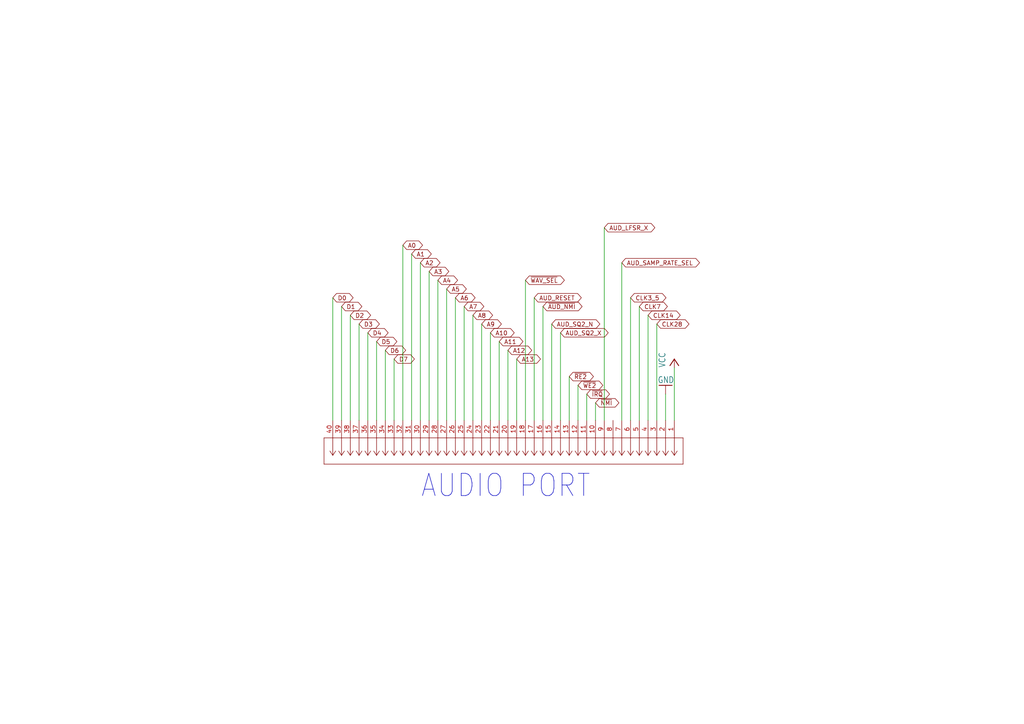
<source format=kicad_sch>
(kicad_sch (version 20230121) (generator eeschema)

  (uuid c1d1ebb6-9798-4ea4-a159-1e6408d880f5)

  (paper "A4")

  (lib_symbols
    (symbol "cpu-blitter-inputs-eagle-import:GND" (power) (in_bom yes) (on_board yes)
      (property "Reference" "#GND" (at 0 0 0)
        (effects (font (size 1.27 1.27)) hide)
      )
      (property "Value" "GND" (at -2.54 -2.54 0)
        (effects (font (size 1.778 1.5113)) (justify left bottom))
      )
      (property "Footprint" "" (at 0 0 0)
        (effects (font (size 1.27 1.27)) hide)
      )
      (property "Datasheet" "" (at 0 0 0)
        (effects (font (size 1.27 1.27)) hide)
      )
      (property "ki_locked" "" (at 0 0 0)
        (effects (font (size 1.27 1.27)))
      )
      (symbol "GND_1_0"
        (polyline
          (pts
            (xy -1.905 0)
            (xy 1.905 0)
          )
          (stroke (width 0.254) (type solid))
          (fill (type none))
        )
        (pin power_in line (at 0 2.54 270) (length 2.54)
          (name "GND" (effects (font (size 0 0))))
          (number "1" (effects (font (size 0 0))))
        )
      )
    )
    (symbol "cpu-blitter-inputs-eagle-import:TX24-40R-12ST-H1E" (in_bom yes) (on_board yes)
      (property "Reference" "J" (at 4.1656 5.3086 0)
        (effects (font (size 2.0828 1.7703)) (justify left bottom) hide)
      )
      (property "Value" "" (at 0 0 0)
        (effects (font (size 1.27 1.27)) hide)
      )
      (property "Footprint" "cpu-blitter-inputs:CON40_2X20_MU_TX24_JAE" (at 0 0 0)
        (effects (font (size 1.27 1.27)) hide)
      )
      (property "Datasheet" "" (at 0 0 0)
        (effects (font (size 1.27 1.27)) hide)
      )
      (property "ki_locked" "" (at 0 0 0)
        (effects (font (size 1.27 1.27)))
      )
      (symbol "TX24-40R-12ST-H1E_1_0"
        (polyline
          (pts
            (xy 5.08 -101.6)
            (xy 12.7 -101.6)
          )
          (stroke (width 0.1524) (type solid))
          (fill (type none))
        )
        (polyline
          (pts
            (xy 5.08 2.54)
            (xy 5.08 -101.6)
          )
          (stroke (width 0.1524) (type solid))
          (fill (type none))
        )
        (polyline
          (pts
            (xy 10.16 -99.06)
            (xy 5.08 -99.06)
          )
          (stroke (width 0.1524) (type solid))
          (fill (type none))
        )
        (polyline
          (pts
            (xy 10.16 -99.06)
            (xy 8.89 -99.8982)
          )
          (stroke (width 0.1524) (type solid))
          (fill (type none))
        )
        (polyline
          (pts
            (xy 10.16 -99.06)
            (xy 8.89 -98.2218)
          )
          (stroke (width 0.1524) (type solid))
          (fill (type none))
        )
        (polyline
          (pts
            (xy 10.16 -96.52)
            (xy 5.08 -96.52)
          )
          (stroke (width 0.1524) (type solid))
          (fill (type none))
        )
        (polyline
          (pts
            (xy 10.16 -96.52)
            (xy 8.89 -97.3582)
          )
          (stroke (width 0.1524) (type solid))
          (fill (type none))
        )
        (polyline
          (pts
            (xy 10.16 -96.52)
            (xy 8.89 -95.6818)
          )
          (stroke (width 0.1524) (type solid))
          (fill (type none))
        )
        (polyline
          (pts
            (xy 10.16 -93.98)
            (xy 5.08 -93.98)
          )
          (stroke (width 0.1524) (type solid))
          (fill (type none))
        )
        (polyline
          (pts
            (xy 10.16 -93.98)
            (xy 8.89 -94.8182)
          )
          (stroke (width 0.1524) (type solid))
          (fill (type none))
        )
        (polyline
          (pts
            (xy 10.16 -93.98)
            (xy 8.89 -93.1418)
          )
          (stroke (width 0.1524) (type solid))
          (fill (type none))
        )
        (polyline
          (pts
            (xy 10.16 -91.44)
            (xy 5.08 -91.44)
          )
          (stroke (width 0.1524) (type solid))
          (fill (type none))
        )
        (polyline
          (pts
            (xy 10.16 -91.44)
            (xy 8.89 -92.2782)
          )
          (stroke (width 0.1524) (type solid))
          (fill (type none))
        )
        (polyline
          (pts
            (xy 10.16 -91.44)
            (xy 8.89 -90.6018)
          )
          (stroke (width 0.1524) (type solid))
          (fill (type none))
        )
        (polyline
          (pts
            (xy 10.16 -88.9)
            (xy 5.08 -88.9)
          )
          (stroke (width 0.1524) (type solid))
          (fill (type none))
        )
        (polyline
          (pts
            (xy 10.16 -88.9)
            (xy 8.89 -89.7382)
          )
          (stroke (width 0.1524) (type solid))
          (fill (type none))
        )
        (polyline
          (pts
            (xy 10.16 -88.9)
            (xy 8.89 -88.0618)
          )
          (stroke (width 0.1524) (type solid))
          (fill (type none))
        )
        (polyline
          (pts
            (xy 10.16 -86.36)
            (xy 5.08 -86.36)
          )
          (stroke (width 0.1524) (type solid))
          (fill (type none))
        )
        (polyline
          (pts
            (xy 10.16 -86.36)
            (xy 8.89 -87.1982)
          )
          (stroke (width 0.1524) (type solid))
          (fill (type none))
        )
        (polyline
          (pts
            (xy 10.16 -86.36)
            (xy 8.89 -85.5218)
          )
          (stroke (width 0.1524) (type solid))
          (fill (type none))
        )
        (polyline
          (pts
            (xy 10.16 -83.82)
            (xy 5.08 -83.82)
          )
          (stroke (width 0.1524) (type solid))
          (fill (type none))
        )
        (polyline
          (pts
            (xy 10.16 -83.82)
            (xy 8.89 -84.6582)
          )
          (stroke (width 0.1524) (type solid))
          (fill (type none))
        )
        (polyline
          (pts
            (xy 10.16 -83.82)
            (xy 8.89 -82.9818)
          )
          (stroke (width 0.1524) (type solid))
          (fill (type none))
        )
        (polyline
          (pts
            (xy 10.16 -81.28)
            (xy 5.08 -81.28)
          )
          (stroke (width 0.1524) (type solid))
          (fill (type none))
        )
        (polyline
          (pts
            (xy 10.16 -81.28)
            (xy 8.89 -82.1182)
          )
          (stroke (width 0.1524) (type solid))
          (fill (type none))
        )
        (polyline
          (pts
            (xy 10.16 -81.28)
            (xy 8.89 -80.4418)
          )
          (stroke (width 0.1524) (type solid))
          (fill (type none))
        )
        (polyline
          (pts
            (xy 10.16 -78.74)
            (xy 5.08 -78.74)
          )
          (stroke (width 0.1524) (type solid))
          (fill (type none))
        )
        (polyline
          (pts
            (xy 10.16 -78.74)
            (xy 8.89 -79.5782)
          )
          (stroke (width 0.1524) (type solid))
          (fill (type none))
        )
        (polyline
          (pts
            (xy 10.16 -78.74)
            (xy 8.89 -77.9018)
          )
          (stroke (width 0.1524) (type solid))
          (fill (type none))
        )
        (polyline
          (pts
            (xy 10.16 -76.2)
            (xy 5.08 -76.2)
          )
          (stroke (width 0.1524) (type solid))
          (fill (type none))
        )
        (polyline
          (pts
            (xy 10.16 -76.2)
            (xy 8.89 -77.0382)
          )
          (stroke (width 0.1524) (type solid))
          (fill (type none))
        )
        (polyline
          (pts
            (xy 10.16 -76.2)
            (xy 8.89 -75.3618)
          )
          (stroke (width 0.1524) (type solid))
          (fill (type none))
        )
        (polyline
          (pts
            (xy 10.16 -73.66)
            (xy 5.08 -73.66)
          )
          (stroke (width 0.1524) (type solid))
          (fill (type none))
        )
        (polyline
          (pts
            (xy 10.16 -73.66)
            (xy 8.89 -74.4982)
          )
          (stroke (width 0.1524) (type solid))
          (fill (type none))
        )
        (polyline
          (pts
            (xy 10.16 -73.66)
            (xy 8.89 -72.8218)
          )
          (stroke (width 0.1524) (type solid))
          (fill (type none))
        )
        (polyline
          (pts
            (xy 10.16 -71.12)
            (xy 5.08 -71.12)
          )
          (stroke (width 0.1524) (type solid))
          (fill (type none))
        )
        (polyline
          (pts
            (xy 10.16 -71.12)
            (xy 8.89 -71.9582)
          )
          (stroke (width 0.1524) (type solid))
          (fill (type none))
        )
        (polyline
          (pts
            (xy 10.16 -71.12)
            (xy 8.89 -70.2818)
          )
          (stroke (width 0.1524) (type solid))
          (fill (type none))
        )
        (polyline
          (pts
            (xy 10.16 -68.58)
            (xy 5.08 -68.58)
          )
          (stroke (width 0.1524) (type solid))
          (fill (type none))
        )
        (polyline
          (pts
            (xy 10.16 -68.58)
            (xy 8.89 -69.4182)
          )
          (stroke (width 0.1524) (type solid))
          (fill (type none))
        )
        (polyline
          (pts
            (xy 10.16 -68.58)
            (xy 8.89 -67.7418)
          )
          (stroke (width 0.1524) (type solid))
          (fill (type none))
        )
        (polyline
          (pts
            (xy 10.16 -66.04)
            (xy 5.08 -66.04)
          )
          (stroke (width 0.1524) (type solid))
          (fill (type none))
        )
        (polyline
          (pts
            (xy 10.16 -66.04)
            (xy 8.89 -66.8782)
          )
          (stroke (width 0.1524) (type solid))
          (fill (type none))
        )
        (polyline
          (pts
            (xy 10.16 -66.04)
            (xy 8.89 -65.2018)
          )
          (stroke (width 0.1524) (type solid))
          (fill (type none))
        )
        (polyline
          (pts
            (xy 10.16 -63.5)
            (xy 5.08 -63.5)
          )
          (stroke (width 0.1524) (type solid))
          (fill (type none))
        )
        (polyline
          (pts
            (xy 10.16 -63.5)
            (xy 8.89 -64.3382)
          )
          (stroke (width 0.1524) (type solid))
          (fill (type none))
        )
        (polyline
          (pts
            (xy 10.16 -63.5)
            (xy 8.89 -62.6618)
          )
          (stroke (width 0.1524) (type solid))
          (fill (type none))
        )
        (polyline
          (pts
            (xy 10.16 -60.96)
            (xy 5.08 -60.96)
          )
          (stroke (width 0.1524) (type solid))
          (fill (type none))
        )
        (polyline
          (pts
            (xy 10.16 -60.96)
            (xy 8.89 -61.7982)
          )
          (stroke (width 0.1524) (type solid))
          (fill (type none))
        )
        (polyline
          (pts
            (xy 10.16 -60.96)
            (xy 8.89 -60.1218)
          )
          (stroke (width 0.1524) (type solid))
          (fill (type none))
        )
        (polyline
          (pts
            (xy 10.16 -58.42)
            (xy 5.08 -58.42)
          )
          (stroke (width 0.1524) (type solid))
          (fill (type none))
        )
        (polyline
          (pts
            (xy 10.16 -58.42)
            (xy 8.89 -59.2582)
          )
          (stroke (width 0.1524) (type solid))
          (fill (type none))
        )
        (polyline
          (pts
            (xy 10.16 -58.42)
            (xy 8.89 -57.5818)
          )
          (stroke (width 0.1524) (type solid))
          (fill (type none))
        )
        (polyline
          (pts
            (xy 10.16 -55.88)
            (xy 5.08 -55.88)
          )
          (stroke (width 0.1524) (type solid))
          (fill (type none))
        )
        (polyline
          (pts
            (xy 10.16 -55.88)
            (xy 8.89 -56.7182)
          )
          (stroke (width 0.1524) (type solid))
          (fill (type none))
        )
        (polyline
          (pts
            (xy 10.16 -55.88)
            (xy 8.89 -55.0418)
          )
          (stroke (width 0.1524) (type solid))
          (fill (type none))
        )
        (polyline
          (pts
            (xy 10.16 -53.34)
            (xy 5.08 -53.34)
          )
          (stroke (width 0.1524) (type solid))
          (fill (type none))
        )
        (polyline
          (pts
            (xy 10.16 -53.34)
            (xy 8.89 -54.1782)
          )
          (stroke (width 0.1524) (type solid))
          (fill (type none))
        )
        (polyline
          (pts
            (xy 10.16 -53.34)
            (xy 8.89 -52.5018)
          )
          (stroke (width 0.1524) (type solid))
          (fill (type none))
        )
        (polyline
          (pts
            (xy 10.16 -50.8)
            (xy 5.08 -50.8)
          )
          (stroke (width 0.1524) (type solid))
          (fill (type none))
        )
        (polyline
          (pts
            (xy 10.16 -50.8)
            (xy 8.89 -51.6382)
          )
          (stroke (width 0.1524) (type solid))
          (fill (type none))
        )
        (polyline
          (pts
            (xy 10.16 -50.8)
            (xy 8.89 -49.9618)
          )
          (stroke (width 0.1524) (type solid))
          (fill (type none))
        )
        (polyline
          (pts
            (xy 10.16 -48.26)
            (xy 5.08 -48.26)
          )
          (stroke (width 0.1524) (type solid))
          (fill (type none))
        )
        (polyline
          (pts
            (xy 10.16 -48.26)
            (xy 8.89 -49.0982)
          )
          (stroke (width 0.1524) (type solid))
          (fill (type none))
        )
        (polyline
          (pts
            (xy 10.16 -48.26)
            (xy 8.89 -47.4218)
          )
          (stroke (width 0.1524) (type solid))
          (fill (type none))
        )
        (polyline
          (pts
            (xy 10.16 -45.72)
            (xy 5.08 -45.72)
          )
          (stroke (width 0.1524) (type solid))
          (fill (type none))
        )
        (polyline
          (pts
            (xy 10.16 -45.72)
            (xy 8.89 -46.5582)
          )
          (stroke (width 0.1524) (type solid))
          (fill (type none))
        )
        (polyline
          (pts
            (xy 10.16 -45.72)
            (xy 8.89 -44.8818)
          )
          (stroke (width 0.1524) (type solid))
          (fill (type none))
        )
        (polyline
          (pts
            (xy 10.16 -43.18)
            (xy 5.08 -43.18)
          )
          (stroke (width 0.1524) (type solid))
          (fill (type none))
        )
        (polyline
          (pts
            (xy 10.16 -43.18)
            (xy 8.89 -44.0182)
          )
          (stroke (width 0.1524) (type solid))
          (fill (type none))
        )
        (polyline
          (pts
            (xy 10.16 -43.18)
            (xy 8.89 -42.3418)
          )
          (stroke (width 0.1524) (type solid))
          (fill (type none))
        )
        (polyline
          (pts
            (xy 10.16 -40.64)
            (xy 5.08 -40.64)
          )
          (stroke (width 0.1524) (type solid))
          (fill (type none))
        )
        (polyline
          (pts
            (xy 10.16 -40.64)
            (xy 8.89 -41.4782)
          )
          (stroke (width 0.1524) (type solid))
          (fill (type none))
        )
        (polyline
          (pts
            (xy 10.16 -40.64)
            (xy 8.89 -39.8018)
          )
          (stroke (width 0.1524) (type solid))
          (fill (type none))
        )
        (polyline
          (pts
            (xy 10.16 -38.1)
            (xy 5.08 -38.1)
          )
          (stroke (width 0.1524) (type solid))
          (fill (type none))
        )
        (polyline
          (pts
            (xy 10.16 -38.1)
            (xy 8.89 -38.9382)
          )
          (stroke (width 0.1524) (type solid))
          (fill (type none))
        )
        (polyline
          (pts
            (xy 10.16 -38.1)
            (xy 8.89 -37.2618)
          )
          (stroke (width 0.1524) (type solid))
          (fill (type none))
        )
        (polyline
          (pts
            (xy 10.16 -35.56)
            (xy 5.08 -35.56)
          )
          (stroke (width 0.1524) (type solid))
          (fill (type none))
        )
        (polyline
          (pts
            (xy 10.16 -35.56)
            (xy 8.89 -36.3982)
          )
          (stroke (width 0.1524) (type solid))
          (fill (type none))
        )
        (polyline
          (pts
            (xy 10.16 -35.56)
            (xy 8.89 -34.7218)
          )
          (stroke (width 0.1524) (type solid))
          (fill (type none))
        )
        (polyline
          (pts
            (xy 10.16 -33.02)
            (xy 5.08 -33.02)
          )
          (stroke (width 0.1524) (type solid))
          (fill (type none))
        )
        (polyline
          (pts
            (xy 10.16 -33.02)
            (xy 8.89 -33.8582)
          )
          (stroke (width 0.1524) (type solid))
          (fill (type none))
        )
        (polyline
          (pts
            (xy 10.16 -33.02)
            (xy 8.89 -32.1818)
          )
          (stroke (width 0.1524) (type solid))
          (fill (type none))
        )
        (polyline
          (pts
            (xy 10.16 -30.48)
            (xy 5.08 -30.48)
          )
          (stroke (width 0.1524) (type solid))
          (fill (type none))
        )
        (polyline
          (pts
            (xy 10.16 -30.48)
            (xy 8.89 -31.3182)
          )
          (stroke (width 0.1524) (type solid))
          (fill (type none))
        )
        (polyline
          (pts
            (xy 10.16 -30.48)
            (xy 8.89 -29.6418)
          )
          (stroke (width 0.1524) (type solid))
          (fill (type none))
        )
        (polyline
          (pts
            (xy 10.16 -27.94)
            (xy 5.08 -27.94)
          )
          (stroke (width 0.1524) (type solid))
          (fill (type none))
        )
        (polyline
          (pts
            (xy 10.16 -27.94)
            (xy 8.89 -28.7782)
          )
          (stroke (width 0.1524) (type solid))
          (fill (type none))
        )
        (polyline
          (pts
            (xy 10.16 -27.94)
            (xy 8.89 -27.1018)
          )
          (stroke (width 0.1524) (type solid))
          (fill (type none))
        )
        (polyline
          (pts
            (xy 10.16 -25.4)
            (xy 5.08 -25.4)
          )
          (stroke (width 0.1524) (type solid))
          (fill (type none))
        )
        (polyline
          (pts
            (xy 10.16 -25.4)
            (xy 8.89 -26.2382)
          )
          (stroke (width 0.1524) (type solid))
          (fill (type none))
        )
        (polyline
          (pts
            (xy 10.16 -25.4)
            (xy 8.89 -24.5618)
          )
          (stroke (width 0.1524) (type solid))
          (fill (type none))
        )
        (polyline
          (pts
            (xy 10.16 -22.86)
            (xy 5.08 -22.86)
          )
          (stroke (width 0.1524) (type solid))
          (fill (type none))
        )
        (polyline
          (pts
            (xy 10.16 -22.86)
            (xy 8.89 -23.6982)
          )
          (stroke (width 0.1524) (type solid))
          (fill (type none))
        )
        (polyline
          (pts
            (xy 10.16 -22.86)
            (xy 8.89 -22.0218)
          )
          (stroke (width 0.1524) (type solid))
          (fill (type none))
        )
        (polyline
          (pts
            (xy 10.16 -20.32)
            (xy 5.08 -20.32)
          )
          (stroke (width 0.1524) (type solid))
          (fill (type none))
        )
        (polyline
          (pts
            (xy 10.16 -20.32)
            (xy 8.89 -21.1582)
          )
          (stroke (width 0.1524) (type solid))
          (fill (type none))
        )
        (polyline
          (pts
            (xy 10.16 -20.32)
            (xy 8.89 -19.4818)
          )
          (stroke (width 0.1524) (type solid))
          (fill (type none))
        )
        (polyline
          (pts
            (xy 10.16 -17.78)
            (xy 5.08 -17.78)
          )
          (stroke (width 0.1524) (type solid))
          (fill (type none))
        )
        (polyline
          (pts
            (xy 10.16 -17.78)
            (xy 8.89 -18.6182)
          )
          (stroke (width 0.1524) (type solid))
          (fill (type none))
        )
        (polyline
          (pts
            (xy 10.16 -17.78)
            (xy 8.89 -16.9418)
          )
          (stroke (width 0.1524) (type solid))
          (fill (type none))
        )
        (polyline
          (pts
            (xy 10.16 -15.24)
            (xy 5.08 -15.24)
          )
          (stroke (width 0.1524) (type solid))
          (fill (type none))
        )
        (polyline
          (pts
            (xy 10.16 -15.24)
            (xy 8.89 -16.0782)
          )
          (stroke (width 0.1524) (type solid))
          (fill (type none))
        )
        (polyline
          (pts
            (xy 10.16 -15.24)
            (xy 8.89 -14.4018)
          )
          (stroke (width 0.1524) (type solid))
          (fill (type none))
        )
        (polyline
          (pts
            (xy 10.16 -12.7)
            (xy 5.08 -12.7)
          )
          (stroke (width 0.1524) (type solid))
          (fill (type none))
        )
        (polyline
          (pts
            (xy 10.16 -12.7)
            (xy 8.89 -13.5382)
          )
          (stroke (width 0.1524) (type solid))
          (fill (type none))
        )
        (polyline
          (pts
            (xy 10.16 -12.7)
            (xy 8.89 -11.8618)
          )
          (stroke (width 0.1524) (type solid))
          (fill (type none))
        )
        (polyline
          (pts
            (xy 10.16 -10.16)
            (xy 5.08 -10.16)
          )
          (stroke (width 0.1524) (type solid))
          (fill (type none))
        )
        (polyline
          (pts
            (xy 10.16 -10.16)
            (xy 8.89 -10.9982)
          )
          (stroke (width 0.1524) (type solid))
          (fill (type none))
        )
        (polyline
          (pts
            (xy 10.16 -10.16)
            (xy 8.89 -9.3218)
          )
          (stroke (width 0.1524) (type solid))
          (fill (type none))
        )
        (polyline
          (pts
            (xy 10.16 -7.62)
            (xy 5.08 -7.62)
          )
          (stroke (width 0.1524) (type solid))
          (fill (type none))
        )
        (polyline
          (pts
            (xy 10.16 -7.62)
            (xy 8.89 -8.4582)
          )
          (stroke (width 0.1524) (type solid))
          (fill (type none))
        )
        (polyline
          (pts
            (xy 10.16 -7.62)
            (xy 8.89 -6.7818)
          )
          (stroke (width 0.1524) (type solid))
          (fill (type none))
        )
        (polyline
          (pts
            (xy 10.16 -5.08)
            (xy 5.08 -5.08)
          )
          (stroke (width 0.1524) (type solid))
          (fill (type none))
        )
        (polyline
          (pts
            (xy 10.16 -5.08)
            (xy 8.89 -5.9182)
          )
          (stroke (width 0.1524) (type solid))
          (fill (type none))
        )
        (polyline
          (pts
            (xy 10.16 -5.08)
            (xy 8.89 -4.2418)
          )
          (stroke (width 0.1524) (type solid))
          (fill (type none))
        )
        (polyline
          (pts
            (xy 10.16 -2.54)
            (xy 5.08 -2.54)
          )
          (stroke (width 0.1524) (type solid))
          (fill (type none))
        )
        (polyline
          (pts
            (xy 10.16 -2.54)
            (xy 8.89 -3.3782)
          )
          (stroke (width 0.1524) (type solid))
          (fill (type none))
        )
        (polyline
          (pts
            (xy 10.16 -2.54)
            (xy 8.89 -1.7018)
          )
          (stroke (width 0.1524) (type solid))
          (fill (type none))
        )
        (polyline
          (pts
            (xy 10.16 0)
            (xy 5.08 0)
          )
          (stroke (width 0.1524) (type solid))
          (fill (type none))
        )
        (polyline
          (pts
            (xy 10.16 0)
            (xy 8.89 -0.8382)
          )
          (stroke (width 0.1524) (type solid))
          (fill (type none))
        )
        (polyline
          (pts
            (xy 10.16 0)
            (xy 8.89 0.8382)
          )
          (stroke (width 0.1524) (type solid))
          (fill (type none))
        )
        (polyline
          (pts
            (xy 12.7 -101.6)
            (xy 12.7 2.54)
          )
          (stroke (width 0.1524) (type solid))
          (fill (type none))
        )
        (polyline
          (pts
            (xy 12.7 2.54)
            (xy 5.08 2.54)
          )
          (stroke (width 0.1524) (type solid))
          (fill (type none))
        )
        (pin passive line (at 0 0 0) (length 5.08)
          (name "1" (effects (font (size 0 0))))
          (number "1" (effects (font (size 1.27 1.27))))
        )
        (pin passive line (at 0 -22.86 0) (length 5.08)
          (name "10" (effects (font (size 0 0))))
          (number "10" (effects (font (size 1.27 1.27))))
        )
        (pin passive line (at 0 -25.4 0) (length 5.08)
          (name "11" (effects (font (size 0 0))))
          (number "11" (effects (font (size 1.27 1.27))))
        )
        (pin passive line (at 0 -27.94 0) (length 5.08)
          (name "12" (effects (font (size 0 0))))
          (number "12" (effects (font (size 1.27 1.27))))
        )
        (pin passive line (at 0 -30.48 0) (length 5.08)
          (name "13" (effects (font (size 0 0))))
          (number "13" (effects (font (size 1.27 1.27))))
        )
        (pin passive line (at 0 -33.02 0) (length 5.08)
          (name "14" (effects (font (size 0 0))))
          (number "14" (effects (font (size 1.27 1.27))))
        )
        (pin passive line (at 0 -35.56 0) (length 5.08)
          (name "15" (effects (font (size 0 0))))
          (number "15" (effects (font (size 1.27 1.27))))
        )
        (pin passive line (at 0 -38.1 0) (length 5.08)
          (name "16" (effects (font (size 0 0))))
          (number "16" (effects (font (size 1.27 1.27))))
        )
        (pin passive line (at 0 -40.64 0) (length 5.08)
          (name "17" (effects (font (size 0 0))))
          (number "17" (effects (font (size 1.27 1.27))))
        )
        (pin passive line (at 0 -43.18 0) (length 5.08)
          (name "18" (effects (font (size 0 0))))
          (number "18" (effects (font (size 1.27 1.27))))
        )
        (pin passive line (at 0 -45.72 0) (length 5.08)
          (name "19" (effects (font (size 0 0))))
          (number "19" (effects (font (size 1.27 1.27))))
        )
        (pin passive line (at 0 -2.54 0) (length 5.08)
          (name "2" (effects (font (size 0 0))))
          (number "2" (effects (font (size 1.27 1.27))))
        )
        (pin passive line (at 0 -48.26 0) (length 5.08)
          (name "20" (effects (font (size 0 0))))
          (number "20" (effects (font (size 1.27 1.27))))
        )
        (pin passive line (at 0 -50.8 0) (length 5.08)
          (name "21" (effects (font (size 0 0))))
          (number "21" (effects (font (size 1.27 1.27))))
        )
        (pin passive line (at 0 -53.34 0) (length 5.08)
          (name "22" (effects (font (size 0 0))))
          (number "22" (effects (font (size 1.27 1.27))))
        )
        (pin passive line (at 0 -55.88 0) (length 5.08)
          (name "23" (effects (font (size 0 0))))
          (number "23" (effects (font (size 1.27 1.27))))
        )
        (pin passive line (at 0 -58.42 0) (length 5.08)
          (name "24" (effects (font (size 0 0))))
          (number "24" (effects (font (size 1.27 1.27))))
        )
        (pin passive line (at 0 -60.96 0) (length 5.08)
          (name "25" (effects (font (size 0 0))))
          (number "25" (effects (font (size 1.27 1.27))))
        )
        (pin passive line (at 0 -63.5 0) (length 5.08)
          (name "26" (effects (font (size 0 0))))
          (number "26" (effects (font (size 1.27 1.27))))
        )
        (pin passive line (at 0 -66.04 0) (length 5.08)
          (name "27" (effects (font (size 0 0))))
          (number "27" (effects (font (size 1.27 1.27))))
        )
        (pin passive line (at 0 -68.58 0) (length 5.08)
          (name "28" (effects (font (size 0 0))))
          (number "28" (effects (font (size 1.27 1.27))))
        )
        (pin passive line (at 0 -71.12 0) (length 5.08)
          (name "29" (effects (font (size 0 0))))
          (number "29" (effects (font (size 1.27 1.27))))
        )
        (pin passive line (at 0 -5.08 0) (length 5.08)
          (name "3" (effects (font (size 0 0))))
          (number "3" (effects (font (size 1.27 1.27))))
        )
        (pin passive line (at 0 -73.66 0) (length 5.08)
          (name "30" (effects (font (size 0 0))))
          (number "30" (effects (font (size 1.27 1.27))))
        )
        (pin passive line (at 0 -76.2 0) (length 5.08)
          (name "31" (effects (font (size 0 0))))
          (number "31" (effects (font (size 1.27 1.27))))
        )
        (pin passive line (at 0 -78.74 0) (length 5.08)
          (name "32" (effects (font (size 0 0))))
          (number "32" (effects (font (size 1.27 1.27))))
        )
        (pin passive line (at 0 -81.28 0) (length 5.08)
          (name "33" (effects (font (size 0 0))))
          (number "33" (effects (font (size 1.27 1.27))))
        )
        (pin passive line (at 0 -83.82 0) (length 5.08)
          (name "34" (effects (font (size 0 0))))
          (number "34" (effects (font (size 1.27 1.27))))
        )
        (pin passive line (at 0 -86.36 0) (length 5.08)
          (name "35" (effects (font (size 0 0))))
          (number "35" (effects (font (size 1.27 1.27))))
        )
        (pin passive line (at 0 -88.9 0) (length 5.08)
          (name "36" (effects (font (size 0 0))))
          (number "36" (effects (font (size 1.27 1.27))))
        )
        (pin passive line (at 0 -91.44 0) (length 5.08)
          (name "37" (effects (font (size 0 0))))
          (number "37" (effects (font (size 1.27 1.27))))
        )
        (pin passive line (at 0 -93.98 0) (length 5.08)
          (name "38" (effects (font (size 0 0))))
          (number "38" (effects (font (size 1.27 1.27))))
        )
        (pin passive line (at 0 -96.52 0) (length 5.08)
          (name "39" (effects (font (size 0 0))))
          (number "39" (effects (font (size 1.27 1.27))))
        )
        (pin passive line (at 0 -7.62 0) (length 5.08)
          (name "4" (effects (font (size 0 0))))
          (number "4" (effects (font (size 1.27 1.27))))
        )
        (pin passive line (at 0 -99.06 0) (length 5.08)
          (name "40" (effects (font (size 0 0))))
          (number "40" (effects (font (size 1.27 1.27))))
        )
        (pin passive line (at 0 -10.16 0) (length 5.08)
          (name "5" (effects (font (size 0 0))))
          (number "5" (effects (font (size 1.27 1.27))))
        )
        (pin passive line (at 0 -12.7 0) (length 5.08)
          (name "6" (effects (font (size 0 0))))
          (number "6" (effects (font (size 1.27 1.27))))
        )
        (pin passive line (at 0 -15.24 0) (length 5.08)
          (name "7" (effects (font (size 0 0))))
          (number "7" (effects (font (size 1.27 1.27))))
        )
        (pin passive line (at 0 -17.78 0) (length 5.08)
          (name "8" (effects (font (size 0 0))))
          (number "8" (effects (font (size 1.27 1.27))))
        )
        (pin passive line (at 0 -20.32 0) (length 5.08)
          (name "9" (effects (font (size 0 0))))
          (number "9" (effects (font (size 1.27 1.27))))
        )
      )
    )
    (symbol "cpu-blitter-inputs-eagle-import:VCC" (power) (in_bom yes) (on_board yes)
      (property "Reference" "#P+" (at 0 0 0)
        (effects (font (size 1.27 1.27)) hide)
      )
      (property "Value" "VCC" (at -2.54 -2.54 90)
        (effects (font (size 1.778 1.5113)) (justify left bottom))
      )
      (property "Footprint" "" (at 0 0 0)
        (effects (font (size 1.27 1.27)) hide)
      )
      (property "Datasheet" "" (at 0 0 0)
        (effects (font (size 1.27 1.27)) hide)
      )
      (property "ki_locked" "" (at 0 0 0)
        (effects (font (size 1.27 1.27)))
      )
      (symbol "VCC_1_0"
        (polyline
          (pts
            (xy 0 0)
            (xy -1.27 -1.905)
          )
          (stroke (width 0.254) (type solid))
          (fill (type none))
        )
        (polyline
          (pts
            (xy 1.27 -1.905)
            (xy 0 0)
          )
          (stroke (width 0.254) (type solid))
          (fill (type none))
        )
        (pin power_in line (at 0 -2.54 90) (length 2.54)
          (name "VCC" (effects (font (size 0 0))))
          (number "1" (effects (font (size 0 0))))
        )
      )
    )
  )


  (wire (pts (xy 127 121.92) (xy 127 81.28))
    (stroke (width 0.1524) (type solid))
    (uuid 0d7eb0d5-53ea-4b72-b5f4-834ee090b276)
  )
  (wire (pts (xy 149.86 121.92) (xy 149.86 104.14))
    (stroke (width 0.1524) (type solid))
    (uuid 104974af-853b-4715-b770-0583a56456e7)
  )
  (wire (pts (xy 193.04 121.92) (xy 193.04 114.3))
    (stroke (width 0.1524) (type solid))
    (uuid 15e4fff7-ffc9-4067-b2bd-db537fb17215)
  )
  (wire (pts (xy 185.42 121.92) (xy 185.42 88.9))
    (stroke (width 0.1524) (type solid))
    (uuid 1d4a4f05-1be8-497e-aa0f-9f46180f006f)
  )
  (wire (pts (xy 101.6 91.44) (xy 101.6 121.92))
    (stroke (width 0.1524) (type solid))
    (uuid 1de555f3-4a66-4ae2-be0d-f5ce061ac945)
  )
  (wire (pts (xy 152.4 121.92) (xy 152.4 81.28))
    (stroke (width 0.1524) (type solid))
    (uuid 3092ec0d-dbb4-42f7-b412-a77e0eb8f17b)
  )
  (wire (pts (xy 104.14 93.98) (xy 104.14 121.92))
    (stroke (width 0.1524) (type solid))
    (uuid 482c1394-1688-41a2-b220-f077928e1376)
  )
  (wire (pts (xy 195.58 121.92) (xy 195.58 106.68))
    (stroke (width 0.1524) (type solid))
    (uuid 4ac4e4a4-be1b-4c90-869e-15bf8277d81b)
  )
  (wire (pts (xy 147.32 121.92) (xy 147.32 101.6))
    (stroke (width 0.1524) (type solid))
    (uuid 50d4fdf1-43db-411e-9202-372d39873e49)
  )
  (wire (pts (xy 139.7 121.92) (xy 139.7 93.98))
    (stroke (width 0.1524) (type solid))
    (uuid 52723dc4-8bb6-41d1-b9c3-c9ce787ac76a)
  )
  (wire (pts (xy 162.56 121.92) (xy 162.56 96.52))
    (stroke (width 0.1524) (type solid))
    (uuid 5613c016-f0d1-46e2-b328-3b0cab2380a4)
  )
  (wire (pts (xy 129.54 121.92) (xy 129.54 83.82))
    (stroke (width 0.1524) (type solid))
    (uuid 5a794a4f-4bda-4029-b538-2c2ecdc8c9ab)
  )
  (wire (pts (xy 124.46 121.92) (xy 124.46 78.74))
    (stroke (width 0.1524) (type solid))
    (uuid 5c75e153-a8c6-4621-837c-952f7eaecda2)
  )
  (wire (pts (xy 182.88 121.92) (xy 182.88 86.36))
    (stroke (width 0.1524) (type solid))
    (uuid 60db0657-73f6-4878-ba8d-7321475a4f13)
  )
  (wire (pts (xy 187.96 121.92) (xy 187.96 91.44))
    (stroke (width 0.1524) (type solid))
    (uuid 6465df7f-2fc6-4da6-9161-3da7a6a12845)
  )
  (wire (pts (xy 111.76 101.6) (xy 111.76 121.92))
    (stroke (width 0.1524) (type solid))
    (uuid 775fe0a5-1837-468c-993b-5c8d2b7dae69)
  )
  (wire (pts (xy 121.92 121.92) (xy 121.92 76.2))
    (stroke (width 0.1524) (type solid))
    (uuid 7cf85b02-b742-4304-b7a7-606e775e6273)
  )
  (wire (pts (xy 144.78 121.92) (xy 144.78 99.06))
    (stroke (width 0.1524) (type solid))
    (uuid 8e7b9721-0a8a-498c-ad80-f9be0495de47)
  )
  (wire (pts (xy 96.52 86.36) (xy 96.52 121.92))
    (stroke (width 0.1524) (type solid))
    (uuid 92599743-f5fb-423d-9d86-13fdd553e99c)
  )
  (wire (pts (xy 170.18 121.92) (xy 170.18 114.3))
    (stroke (width 0.1524) (type solid))
    (uuid 9391de2e-0b57-48df-aa55-e7eee812170c)
  )
  (wire (pts (xy 132.08 121.92) (xy 132.08 86.36))
    (stroke (width 0.1524) (type solid))
    (uuid 9af6ea7d-ae11-41e6-8e09-53f8358bce9b)
  )
  (wire (pts (xy 137.16 121.92) (xy 137.16 91.44))
    (stroke (width 0.1524) (type solid))
    (uuid a0531fa2-a515-4c72-a5f6-9ecdfb42add1)
  )
  (wire (pts (xy 99.06 88.9) (xy 99.06 121.92))
    (stroke (width 0.1524) (type solid))
    (uuid ab271091-84b8-4870-8270-72278583c8f7)
  )
  (wire (pts (xy 134.62 121.92) (xy 134.62 88.9))
    (stroke (width 0.1524) (type solid))
    (uuid b278bab6-e09f-433f-87d2-3d232751a40a)
  )
  (wire (pts (xy 190.5 121.92) (xy 190.5 93.98))
    (stroke (width 0.1524) (type solid))
    (uuid b4104ce4-01fb-4ef8-a02d-c87484da157d)
  )
  (wire (pts (xy 160.02 121.92) (xy 160.02 93.98))
    (stroke (width 0.1524) (type solid))
    (uuid b54f5118-8d71-4961-a858-52945042614c)
  )
  (wire (pts (xy 167.64 121.92) (xy 167.64 111.76))
    (stroke (width 0.1524) (type solid))
    (uuid bbf6b570-6d92-4ea0-917f-28cb3a64d9c6)
  )
  (wire (pts (xy 106.68 96.52) (xy 106.68 121.92))
    (stroke (width 0.1524) (type solid))
    (uuid c442a890-ee8c-44c4-b426-7c58023400e0)
  )
  (wire (pts (xy 109.22 99.06) (xy 109.22 121.92))
    (stroke (width 0.1524) (type solid))
    (uuid c6a15782-5624-444a-a3e6-b373f286014d)
  )
  (wire (pts (xy 142.24 121.92) (xy 142.24 96.52))
    (stroke (width 0.1524) (type solid))
    (uuid c7ca0e8a-d731-45df-af22-42e6c5db8f9e)
  )
  (wire (pts (xy 165.1 121.92) (xy 165.1 109.22))
    (stroke (width 0.1524) (type solid))
    (uuid ce338a18-15b3-4916-a211-aceb473387d2)
  )
  (wire (pts (xy 180.34 121.92) (xy 180.34 76.2))
    (stroke (width 0.1524) (type solid))
    (uuid e5c89998-8fff-45a7-9cbe-6f6dbe7a5814)
  )
  (wire (pts (xy 116.84 121.92) (xy 116.84 71.12))
    (stroke (width 0.1524) (type solid))
    (uuid e600b005-22c8-4ad2-b97d-6475d471229b)
  )
  (wire (pts (xy 119.38 121.92) (xy 119.38 73.66))
    (stroke (width 0.1524) (type solid))
    (uuid ec2a5fd9-b978-445d-9e2d-506319086530)
  )
  (wire (pts (xy 172.72 121.92) (xy 172.72 116.84))
    (stroke (width 0.1524) (type solid))
    (uuid ed87b28f-d6df-43c5-8c11-15b8fac39701)
  )
  (wire (pts (xy 154.94 121.92) (xy 154.94 86.36))
    (stroke (width 0.1524) (type solid))
    (uuid f224a6fa-f35b-4636-8574-69e609cf2350)
  )
  (wire (pts (xy 157.48 121.92) (xy 157.48 88.9))
    (stroke (width 0.1524) (type solid))
    (uuid f63b0d91-d1c3-4af9-8293-294d7474fc87)
  )
  (wire (pts (xy 114.3 104.14) (xy 114.3 121.92))
    (stroke (width 0.1524) (type solid))
    (uuid f8f3c630-3a1b-4838-bb4e-b81e02e02a58)
  )
  (wire (pts (xy 175.26 121.92) (xy 175.26 66.04))
    (stroke (width 0.1524) (type solid))
    (uuid fc86f48a-af28-4620-8e4d-35228ff66657)
  )

  (text "AUDIO PORT" (at 121.92 144.78 0)
    (effects (font (size 6.4516 5.4838)) (justify left bottom))
    (uuid b5c635aa-e471-440c-b4d9-9a4d9801043b)
  )

  (global_label "~{WE2}" (shape bidirectional) (at 167.64 111.76 0) (fields_autoplaced)
    (effects (font (size 1.2446 1.2446)) (justify left))
    (uuid 0372ef52-83da-499e-b8a3-515da4cc6fcf)
    (property "Intersheetrefs" "${INTERSHEET_REFS}" (at 175.3102 111.76 0)
      (effects (font (size 1.27 1.27)) (justify left) hide)
    )
  )
  (global_label "~{IRQ}" (shape bidirectional) (at 170.18 114.3 0) (fields_autoplaced)
    (effects (font (size 1.2446 1.2446)) (justify left))
    (uuid 0cd37284-92ac-4020-a470-8829e6bdc477)
    (property "Intersheetrefs" "${INTERSHEET_REFS}" (at 177.2576 114.3 0)
      (effects (font (size 1.27 1.27)) (justify left) hide)
    )
  )
  (global_label "A1" (shape bidirectional) (at 119.38 73.66 0) (fields_autoplaced)
    (effects (font (size 1.2446 1.2446)) (justify left))
    (uuid 1c1ead74-8dfe-4aba-a4b0-ed24031acf93)
    (property "Intersheetrefs" "${INTERSHEET_REFS}" (at 125.5685 73.66 0)
      (effects (font (size 1.27 1.27)) (justify left) hide)
    )
  )
  (global_label "AUD_LFSR_X" (shape bidirectional) (at 175.26 66.04 0) (fields_autoplaced)
    (effects (font (size 1.2446 1.2446)) (justify left))
    (uuid 22adc051-9384-413d-a421-80aa1304c868)
    (property "Intersheetrefs" "${INTERSHEET_REFS}" (at 190.3978 66.04 0)
      (effects (font (size 1.27 1.27)) (justify left) hide)
    )
  )
  (global_label "A0" (shape bidirectional) (at 116.84 71.12 0) (fields_autoplaced)
    (effects (font (size 1.2446 1.2446)) (justify left))
    (uuid 27cdbbb2-97ac-4861-8aa6-226729fd3313)
    (property "Intersheetrefs" "${INTERSHEET_REFS}" (at 123.0285 71.12 0)
      (effects (font (size 1.27 1.27)) (justify left) hide)
    )
  )
  (global_label "AUD_RESET" (shape bidirectional) (at 154.94 86.36 0) (fields_autoplaced)
    (effects (font (size 1.2446 1.2446)) (justify left))
    (uuid 311f2342-c5b6-4b77-be99-bf3ed70bc1be)
    (property "Intersheetrefs" "${INTERSHEET_REFS}" (at 169.0704 86.36 0)
      (effects (font (size 1.27 1.27)) (justify left) hide)
    )
  )
  (global_label "A4" (shape bidirectional) (at 127 81.28 0) (fields_autoplaced)
    (effects (font (size 1.2446 1.2446)) (justify left))
    (uuid 399bc9ed-0b69-4d54-88fe-f55d23b2e139)
    (property "Intersheetrefs" "${INTERSHEET_REFS}" (at 133.1885 81.28 0)
      (effects (font (size 1.27 1.27)) (justify left) hide)
    )
  )
  (global_label "A8" (shape bidirectional) (at 137.16 91.44 0) (fields_autoplaced)
    (effects (font (size 1.2446 1.2446)) (justify left))
    (uuid 3c0a52e7-f085-4cf8-bc9c-fabd00cbdc16)
    (property "Intersheetrefs" "${INTERSHEET_REFS}" (at 143.3485 91.44 0)
      (effects (font (size 1.27 1.27)) (justify left) hide)
    )
  )
  (global_label "A6" (shape bidirectional) (at 132.08 86.36 0) (fields_autoplaced)
    (effects (font (size 1.2446 1.2446)) (justify left))
    (uuid 3f6ad378-1df2-4237-a50f-02e7f4dd2394)
    (property "Intersheetrefs" "${INTERSHEET_REFS}" (at 138.2685 86.36 0)
      (effects (font (size 1.27 1.27)) (justify left) hide)
    )
  )
  (global_label "CLK14" (shape bidirectional) (at 187.96 91.44 0) (fields_autoplaced)
    (effects (font (size 1.2446 1.2446)) (justify left))
    (uuid 5268aef3-05af-4879-8c8e-a939f2ef55ac)
    (property "Intersheetrefs" "${INTERSHEET_REFS}" (at 197.7637 91.44 0)
      (effects (font (size 1.27 1.27)) (justify left) hide)
    )
  )
  (global_label "CLK7" (shape bidirectional) (at 185.42 88.9 0) (fields_autoplaced)
    (effects (font (size 1.2446 1.2446)) (justify left))
    (uuid 533ba955-d5a5-4ddb-bfe6-b317fdd568bb)
    (property "Intersheetrefs" "${INTERSHEET_REFS}" (at 194.0384 88.9 0)
      (effects (font (size 1.27 1.27)) (justify left) hide)
    )
  )
  (global_label "~{RE2}" (shape bidirectional) (at 165.1 109.22 0) (fields_autoplaced)
    (effects (font (size 1.2446 1.2446)) (justify left))
    (uuid 55158f25-9cbc-43b3-8b15-436ecdfa7f7a)
    (property "Intersheetrefs" "${INTERSHEET_REFS}" (at 172.5924 109.22 0)
      (effects (font (size 1.27 1.27)) (justify left) hide)
    )
  )
  (global_label "D1" (shape bidirectional) (at 99.06 88.9 0) (fields_autoplaced)
    (effects (font (size 1.2446 1.2446)) (justify left))
    (uuid 597b799e-0029-45b5-9c11-1c8e96e5e0cb)
    (property "Intersheetrefs" "${INTERSHEET_REFS}" (at 105.4263 88.9 0)
      (effects (font (size 1.27 1.27)) (justify left) hide)
    )
  )
  (global_label "A2" (shape bidirectional) (at 121.92 76.2 0) (fields_autoplaced)
    (effects (font (size 1.2446 1.2446)) (justify left))
    (uuid 5aa72a56-3a41-46a4-8f05-363ae06fdafe)
    (property "Intersheetrefs" "${INTERSHEET_REFS}" (at 128.1085 76.2 0)
      (effects (font (size 1.27 1.27)) (justify left) hide)
    )
  )
  (global_label "D4" (shape bidirectional) (at 106.68 96.52 0) (fields_autoplaced)
    (effects (font (size 1.2446 1.2446)) (justify left))
    (uuid 61f72fbb-1771-4af5-943d-621db9675bb5)
    (property "Intersheetrefs" "${INTERSHEET_REFS}" (at 113.0463 96.52 0)
      (effects (font (size 1.27 1.27)) (justify left) hide)
    )
  )
  (global_label "D6" (shape bidirectional) (at 111.76 101.6 0) (fields_autoplaced)
    (effects (font (size 1.2446 1.2446)) (justify left))
    (uuid 65e9ae63-60d2-4451-93d0-acb05e28a142)
    (property "Intersheetrefs" "${INTERSHEET_REFS}" (at 118.1263 101.6 0)
      (effects (font (size 1.27 1.27)) (justify left) hide)
    )
  )
  (global_label "~{NMI}" (shape bidirectional) (at 172.72 116.84 0) (fields_autoplaced)
    (effects (font (size 1.2446 1.2446)) (justify left))
    (uuid 72f1647a-8704-499d-9c44-a8c77ba58bdb)
    (property "Intersheetrefs" "${INTERSHEET_REFS}" (at 179.9754 116.84 0)
      (effects (font (size 1.27 1.27)) (justify left) hide)
    )
  )
  (global_label "CLK3_5" (shape bidirectional) (at 182.88 86.36 0) (fields_autoplaced)
    (effects (font (size 1.2446 1.2446)) (justify left))
    (uuid 871a2f91-b81f-44f8-9dad-7c5cecb1000b)
    (property "Intersheetrefs" "${INTERSHEET_REFS}" (at 193.632 86.36 0)
      (effects (font (size 1.27 1.27)) (justify left) hide)
    )
  )
  (global_label "A10" (shape bidirectional) (at 142.24 96.52 0) (fields_autoplaced)
    (effects (font (size 1.2446 1.2446)) (justify left))
    (uuid 8af17be5-ece8-4c53-a543-1d1cd0996a3b)
    (property "Intersheetrefs" "${INTERSHEET_REFS}" (at 149.6138 96.52 0)
      (effects (font (size 1.27 1.27)) (justify left) hide)
    )
  )
  (global_label "~{WAV_SEL}" (shape bidirectional) (at 152.4 81.28 0) (fields_autoplaced)
    (effects (font (size 1.2446 1.2446)) (justify left))
    (uuid 90e838b4-0305-4b22-9640-ffa996324139)
    (property "Intersheetrefs" "${INTERSHEET_REFS}" (at 164.1596 81.28 0)
      (effects (font (size 1.27 1.27)) (justify left) hide)
    )
  )
  (global_label "D3" (shape bidirectional) (at 104.14 93.98 0) (fields_autoplaced)
    (effects (font (size 1.2446 1.2446)) (justify left))
    (uuid 91a588ad-e89f-479c-9e89-e4496c35e8f8)
    (property "Intersheetrefs" "${INTERSHEET_REFS}" (at 110.5063 93.98 0)
      (effects (font (size 1.27 1.27)) (justify left) hide)
    )
  )
  (global_label "D5" (shape bidirectional) (at 109.22 99.06 0) (fields_autoplaced)
    (effects (font (size 1.2446 1.2446)) (justify left))
    (uuid aaefee11-540a-40dd-88a0-d5ceddf6085b)
    (property "Intersheetrefs" "${INTERSHEET_REFS}" (at 115.5863 99.06 0)
      (effects (font (size 1.27 1.27)) (justify left) hide)
    )
  )
  (global_label "~{AUD_NMI}" (shape bidirectional) (at 157.48 88.9 0) (fields_autoplaced)
    (effects (font (size 1.2446 1.2446)) (justify left))
    (uuid af45c34c-7eaa-4e07-a944-ddc3b5d4bac9)
    (property "Intersheetrefs" "${INTERSHEET_REFS}" (at 169.299 88.9 0)
      (effects (font (size 1.27 1.27)) (justify left) hide)
    )
  )
  (global_label "A9" (shape bidirectional) (at 139.7 93.98 0) (fields_autoplaced)
    (effects (font (size 1.2446 1.2446)) (justify left))
    (uuid b2c22e0d-6088-4db2-9fe8-22d853f2c3e0)
    (property "Intersheetrefs" "${INTERSHEET_REFS}" (at 145.8885 93.98 0)
      (effects (font (size 1.27 1.27)) (justify left) hide)
    )
  )
  (global_label "D7" (shape bidirectional) (at 114.3 104.14 0) (fields_autoplaced)
    (effects (font (size 1.2446 1.2446)) (justify left))
    (uuid b6458360-d012-42f6-8801-d2f26ace05bd)
    (property "Intersheetrefs" "${INTERSHEET_REFS}" (at 120.6663 104.14 0)
      (effects (font (size 1.27 1.27)) (justify left) hide)
    )
  )
  (global_label "A12" (shape bidirectional) (at 147.32 101.6 0) (fields_autoplaced)
    (effects (font (size 1.2446 1.2446)) (justify left))
    (uuid bbe0835a-ff88-4baa-9258-8f3b934e35fe)
    (property "Intersheetrefs" "${INTERSHEET_REFS}" (at 154.6938 101.6 0)
      (effects (font (size 1.27 1.27)) (justify left) hide)
    )
  )
  (global_label "CLK28" (shape bidirectional) (at 190.5 93.98 0) (fields_autoplaced)
    (effects (font (size 1.2446 1.2446)) (justify left))
    (uuid c2ffcc4e-980e-4ece-acb2-7ab8a3824bd8)
    (property "Intersheetrefs" "${INTERSHEET_REFS}" (at 200.3037 93.98 0)
      (effects (font (size 1.27 1.27)) (justify left) hide)
    )
  )
  (global_label "D0" (shape bidirectional) (at 96.52 86.36 0) (fields_autoplaced)
    (effects (font (size 1.2446 1.2446)) (justify left))
    (uuid c4c63cf9-4ae6-41cb-9c7f-34ddf752fe98)
    (property "Intersheetrefs" "${INTERSHEET_REFS}" (at 102.8863 86.36 0)
      (effects (font (size 1.27 1.27)) (justify left) hide)
    )
  )
  (global_label "A11" (shape bidirectional) (at 144.78 99.06 0) (fields_autoplaced)
    (effects (font (size 1.2446 1.2446)) (justify left))
    (uuid c5c23a6c-a5fc-42b3-9ad0-2afe2fe0db99)
    (property "Intersheetrefs" "${INTERSHEET_REFS}" (at 152.1538 99.06 0)
      (effects (font (size 1.27 1.27)) (justify left) hide)
    )
  )
  (global_label "A7" (shape bidirectional) (at 134.62 88.9 0) (fields_autoplaced)
    (effects (font (size 1.2446 1.2446)) (justify left))
    (uuid d35125af-22aa-4982-9a82-e0d67f9b022d)
    (property "Intersheetrefs" "${INTERSHEET_REFS}" (at 140.8085 88.9 0)
      (effects (font (size 1.27 1.27)) (justify left) hide)
    )
  )
  (global_label "A5" (shape bidirectional) (at 129.54 83.82 0) (fields_autoplaced)
    (effects (font (size 1.2446 1.2446)) (justify left))
    (uuid d3960c4a-baae-41c4-a3be-11a974b2f409)
    (property "Intersheetrefs" "${INTERSHEET_REFS}" (at 135.7285 83.82 0)
      (effects (font (size 1.27 1.27)) (justify left) hide)
    )
  )
  (global_label "AUD_SAMP_RATE_SEL" (shape bidirectional) (at 180.34 76.2 0) (fields_autoplaced)
    (effects (font (size 1.2446 1.2446)) (justify left))
    (uuid e182585e-98ad-4627-91f4-58bfc324321f)
    (property "Intersheetrefs" "${INTERSHEET_REFS}" (at 203.3604 76.2 0)
      (effects (font (size 1.27 1.27)) (justify left) hide)
    )
  )
  (global_label "A3" (shape bidirectional) (at 124.46 78.74 0) (fields_autoplaced)
    (effects (font (size 1.2446 1.2446)) (justify left))
    (uuid e1acc524-9842-437f-99ab-1d93e1dc4157)
    (property "Intersheetrefs" "${INTERSHEET_REFS}" (at 130.6485 78.74 0)
      (effects (font (size 1.27 1.27)) (justify left) hide)
    )
  )
  (global_label "AUD_SQ2_X" (shape bidirectional) (at 162.56 96.52 0) (fields_autoplaced)
    (effects (font (size 1.2446 1.2446)) (justify left))
    (uuid e921ae57-5d0c-4242-b90c-3fc16bff8b49)
    (property "Intersheetrefs" "${INTERSHEET_REFS}" (at 176.8681 96.52 0)
      (effects (font (size 1.27 1.27)) (justify left) hide)
    )
  )
  (global_label "AUD_SQ2_N" (shape bidirectional) (at 160.02 93.98 0) (fields_autoplaced)
    (effects (font (size 1.2446 1.2446)) (justify left))
    (uuid eca023d3-27a5-4604-ae71-31dc1edcbdb0)
    (property "Intersheetrefs" "${INTERSHEET_REFS}" (at 174.4467 93.98 0)
      (effects (font (size 1.27 1.27)) (justify left) hide)
    )
  )
  (global_label "A13" (shape bidirectional) (at 149.86 104.14 0) (fields_autoplaced)
    (effects (font (size 1.2446 1.2446)) (justify left))
    (uuid fc8c5e8d-f3d4-40d4-ab14-fba94fba0336)
    (property "Intersheetrefs" "${INTERSHEET_REFS}" (at 157.2338 104.14 0)
      (effects (font (size 1.27 1.27)) (justify left) hide)
    )
  )
  (global_label "D2" (shape bidirectional) (at 101.6 91.44 0) (fields_autoplaced)
    (effects (font (size 1.2446 1.2446)) (justify left))
    (uuid fe2fc20b-206e-4af5-b0dc-f22066e7c5c0)
    (property "Intersheetrefs" "${INTERSHEET_REFS}" (at 107.9663 91.44 0)
      (effects (font (size 1.27 1.27)) (justify left) hide)
    )
  )

  (symbol (lib_id "cpu-blitter-inputs-eagle-import:TX24-40R-12ST-H1E") (at 195.58 121.92 270) (unit 1)
    (in_bom yes) (on_board yes) (dnp no)
    (uuid 314ee4dc-318d-4577-bc85-4a7bb5d7604f)
    (property "Reference" "AUDIOSLOT0" (at 200.8886 126.0856 0)
      (effects (font (size 2.0828 1.7703)) (justify left bottom) hide)
    )
    (property "Value" "TX24-40R-12ST-H1E" (at 195.58 121.92 0)
      (effects (font (size 1.27 1.27)) hide)
    )
    (property "Footprint" "cpu-blitter-inputs:CON40_2X20_MU_TX24_JAE" (at 195.58 121.92 0)
      (effects (font (size 1.27 1.27)) hide)
    )
    (property "Datasheet" "" (at 195.58 121.92 0)
      (effects (font (size 1.27 1.27)) hide)
    )
    (pin "1" (uuid 9e5b495d-14e3-4d29-83c8-f9c315dc458c))
    (pin "10" (uuid 4efbe503-d46e-41ad-83c1-80430cd89e83))
    (pin "11" (uuid 3c0b4244-6215-4578-9c28-634f4b59ade2))
    (pin "12" (uuid c79b3639-cbd3-4b7b-936c-fbb4837de1df))
    (pin "13" (uuid be0eec84-3301-4986-a125-80581eb3b25b))
    (pin "14" (uuid 8f45b125-97c9-4435-b604-d0cac78def10))
    (pin "15" (uuid 6cfaf892-dfc6-4521-9ec8-c9bb4e1bce0e))
    (pin "16" (uuid 62dd5e38-a8b1-4296-9c16-a93ca2599386))
    (pin "17" (uuid 6482217b-31d9-4db9-aaaf-32c46f313367))
    (pin "18" (uuid 43bf6222-49e4-4cf2-800e-092bacfd7c84))
    (pin "19" (uuid dde887e4-8cea-46c2-bc43-5ede12517b5e))
    (pin "2" (uuid b403b832-e272-4d59-9b6c-4356d4c2ad5f))
    (pin "20" (uuid 25a71a19-9984-4a8d-82a2-2281e4c03e33))
    (pin "21" (uuid 521e2fa2-9962-4c5f-a348-257a1db8b415))
    (pin "22" (uuid 5c11e271-2b12-49b3-be59-f390ebf81f31))
    (pin "23" (uuid 40ce8ed8-80e3-42de-a238-3cdd332ac34c))
    (pin "24" (uuid 890e4fce-a2cd-4f84-8ffb-227aa0fa4ad3))
    (pin "25" (uuid ec5d906d-13c3-47f3-b107-b08f46728b8f))
    (pin "26" (uuid afef7d9b-3ef1-4e1a-a89d-198ce025ff88))
    (pin "27" (uuid c9f6e492-dbf2-4990-a983-bfb6da87f3fc))
    (pin "28" (uuid ce0e67ac-40da-4589-a5f7-a346dc27e855))
    (pin "29" (uuid 8f2d969a-1e21-442a-863f-732ca8b32e92))
    (pin "3" (uuid ea381229-cc36-4d52-8d62-099b76446bb5))
    (pin "30" (uuid 4cae1aad-4493-472c-9dec-dfa373dd32a0))
    (pin "31" (uuid 3258f82c-c18c-4c32-afc6-ab975f4db994))
    (pin "32" (uuid ef938f9d-b355-4241-8587-cb62aa77e31a))
    (pin "33" (uuid 41d53bbc-8c34-41c4-a17f-11cc89cce9fd))
    (pin "34" (uuid 7a92bfab-6e97-44f1-927b-57132f4f1801))
    (pin "35" (uuid 2a7ac6b2-024f-41f8-8ed7-ccb9b1ccfaae))
    (pin "36" (uuid 03115374-3f58-4c43-9bb2-f40b563a483f))
    (pin "37" (uuid 8c9b859f-dcfa-485e-bd47-877da825a89a))
    (pin "38" (uuid a3a56dba-745d-4fc4-9162-c21da7002a28))
    (pin "39" (uuid 1270abe9-093b-414f-a390-1e89a158c2b3))
    (pin "4" (uuid feca7f0c-fe81-4b24-9203-00a4279ad838))
    (pin "40" (uuid 802b9181-cd21-41c7-917f-ef8ff2b43a70))
    (pin "5" (uuid e7f59f32-97e5-48cb-ab6e-3538207a740b))
    (pin "6" (uuid 085e27b2-c6b2-44f4-8440-3e735264a0c1))
    (pin "7" (uuid d03f582d-56b9-4fe9-ab99-b6458a62a06b))
    (pin "8" (uuid b3aba9ce-f4cf-4b10-b06a-4a4858bbed04))
    (pin "9" (uuid 20d53795-4ecf-4980-b222-d8f93cdf1451))
    (instances
      (project "cpu-blitter-inputs"
        (path "/28034957-81b4-48a5-b869-6f4cb8f0c2fa/e60342e7-9857-478f-9abf-0bd7d7ef0739"
          (reference "AUDIOSLOT0") (unit 1)
        )
      )
    )
  )

  (symbol (lib_id "cpu-blitter-inputs-eagle-import:VCC") (at 195.58 104.14 0) (unit 1)
    (in_bom yes) (on_board yes) (dnp no)
    (uuid 9cb06536-665f-4049-b629-9c38a0737f99)
    (property "Reference" "#P+40" (at 195.58 104.14 0)
      (effects (font (size 1.27 1.27)) hide)
    )
    (property "Value" "VCC" (at 193.04 106.68 90)
      (effects (font (size 1.778 1.5113)) (justify left bottom))
    )
    (property "Footprint" "" (at 195.58 104.14 0)
      (effects (font (size 1.27 1.27)) hide)
    )
    (property "Datasheet" "" (at 195.58 104.14 0)
      (effects (font (size 1.27 1.27)) hide)
    )
    (pin "1" (uuid c64678ce-2aff-4f49-9915-f314784a8129))
    (instances
      (project "cpu-blitter-inputs"
        (path "/28034957-81b4-48a5-b869-6f4cb8f0c2fa/e60342e7-9857-478f-9abf-0bd7d7ef0739"
          (reference "#P+40") (unit 1)
        )
      )
    )
  )

  (symbol (lib_id "cpu-blitter-inputs-eagle-import:GND") (at 193.04 111.76 180) (unit 1)
    (in_bom yes) (on_board yes) (dnp no)
    (uuid b4511c94-b436-4481-86e6-2d01c9035884)
    (property "Reference" "#GND38" (at 193.04 111.76 0)
      (effects (font (size 1.27 1.27)) hide)
    )
    (property "Value" "GND" (at 195.58 109.22 0)
      (effects (font (size 1.778 1.5113)) (justify left bottom))
    )
    (property "Footprint" "" (at 193.04 111.76 0)
      (effects (font (size 1.27 1.27)) hide)
    )
    (property "Datasheet" "" (at 193.04 111.76 0)
      (effects (font (size 1.27 1.27)) hide)
    )
    (pin "1" (uuid 5de728cf-a996-4037-9f6b-4e21e0c135f7))
    (instances
      (project "cpu-blitter-inputs"
        (path "/28034957-81b4-48a5-b869-6f4cb8f0c2fa/e60342e7-9857-478f-9abf-0bd7d7ef0739"
          (reference "#GND38") (unit 1)
        )
      )
    )
  )
)

</source>
